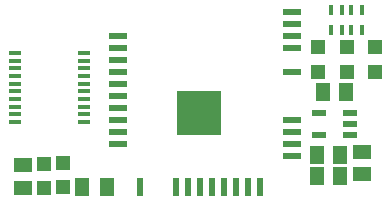
<source format=gbr>
G04 EAGLE Gerber RS-274X export*
G75*
%MOMM*%
%FSLAX34Y34*%
%LPD*%
%INSolderpaste Top*%
%IPPOS*%
%AMOC8*
5,1,8,0,0,1.08239X$1,22.5*%
G01*
%ADD10R,1.500000X0.500000*%
%ADD11R,0.500000X1.500000*%
%ADD12R,3.700000X3.700000*%
%ADD13R,0.990600X0.304800*%
%ADD14R,1.200000X0.550000*%
%ADD15R,1.240000X1.500000*%
%ADD16R,1.200000X1.500000*%
%ADD17R,1.500000X1.240000*%
%ADD18R,1.300000X1.200000*%
%ADD19R,1.200000X1.200000*%
%ADD20R,0.450000X0.900000*%


D10*
X245450Y84890D03*
X245450Y95050D03*
X245450Y105210D03*
X245450Y115370D03*
X245450Y156010D03*
X245450Y176330D03*
X245450Y186490D03*
X245450Y196650D03*
X245450Y206810D03*
X98150Y186430D03*
X98150Y176270D03*
X98150Y166110D03*
X98150Y155950D03*
X98150Y145790D03*
X98150Y135630D03*
X98150Y125470D03*
X98150Y115310D03*
X98150Y105150D03*
X98150Y94990D03*
D11*
X117150Y58190D03*
X147630Y57990D03*
X157790Y57990D03*
X167950Y57990D03*
X178110Y57990D03*
X188270Y58190D03*
X198430Y58190D03*
X208590Y58190D03*
X218750Y58190D03*
D12*
X167330Y121310D03*
D13*
X11462Y171720D03*
X11462Y165220D03*
X11462Y158720D03*
X11462Y152220D03*
X11462Y145720D03*
X11462Y139220D03*
X11462Y132720D03*
X11462Y126220D03*
X11462Y119720D03*
X11462Y113220D03*
X69818Y113220D03*
X69818Y119720D03*
X69818Y126220D03*
X69818Y132720D03*
X69818Y139220D03*
X69818Y145720D03*
X69818Y152220D03*
X69818Y158720D03*
X69818Y165220D03*
X69818Y171720D03*
D14*
X294941Y102260D03*
X294941Y111760D03*
X294941Y121260D03*
X268939Y121260D03*
X268939Y102260D03*
D15*
X291440Y138430D03*
X272440Y138430D03*
D16*
X89240Y58420D03*
X68240Y58420D03*
D15*
X267360Y67310D03*
X286360Y67310D03*
X267360Y85090D03*
X286360Y85090D03*
D17*
X17780Y57810D03*
X17780Y76810D03*
X304800Y88240D03*
X304800Y69240D03*
D18*
X35560Y57150D03*
X35560Y77470D03*
D19*
X292100Y155870D03*
X292100Y176870D03*
X316230Y155870D03*
X316230Y176870D03*
X267970Y155870D03*
X267970Y176870D03*
D18*
X52070Y58420D03*
X52070Y78740D03*
D20*
X279100Y207890D03*
X279100Y190890D03*
X288100Y207890D03*
X296100Y207890D03*
X305100Y207890D03*
X305100Y190890D03*
X288100Y190890D03*
X296100Y190890D03*
M02*

</source>
